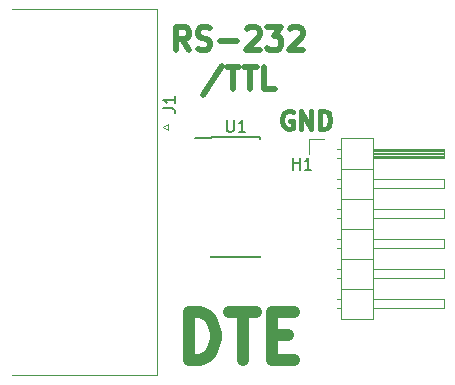
<source format=gbr>
G04 #@! TF.GenerationSoftware,KiCad,Pcbnew,(5.1.5)-3*
G04 #@! TF.CreationDate,2020-02-22T11:43:26-05:00*
G04 #@! TF.ProjectId,RS232_TTL_Male,52533233-325f-4545-944c-5f4d616c652e,1*
G04 #@! TF.SameCoordinates,Original*
G04 #@! TF.FileFunction,Legend,Top*
G04 #@! TF.FilePolarity,Positive*
%FSLAX46Y46*%
G04 Gerber Fmt 4.6, Leading zero omitted, Abs format (unit mm)*
G04 Created by KiCad (PCBNEW (5.1.5)-3) date 2020-02-22 11:43:26*
%MOMM*%
%LPD*%
G04 APERTURE LIST*
%ADD10C,0.381000*%
%ADD11C,0.476250*%
%ADD12C,1.000000*%
%ADD13C,0.120000*%
%ADD14C,0.150000*%
G04 APERTURE END LIST*
D10*
X23857857Y-8636000D02*
X23712714Y-8563428D01*
X23495000Y-8563428D01*
X23277285Y-8636000D01*
X23132142Y-8781142D01*
X23059571Y-8926285D01*
X22987000Y-9216571D01*
X22987000Y-9434285D01*
X23059571Y-9724571D01*
X23132142Y-9869714D01*
X23277285Y-10014857D01*
X23495000Y-10087428D01*
X23640142Y-10087428D01*
X23857857Y-10014857D01*
X23930428Y-9942285D01*
X23930428Y-9434285D01*
X23640142Y-9434285D01*
X24583571Y-10087428D02*
X24583571Y-8563428D01*
X25454428Y-10087428D01*
X25454428Y-8563428D01*
X26180142Y-10087428D02*
X26180142Y-8563428D01*
X26543000Y-8563428D01*
X26760714Y-8636000D01*
X26905857Y-8781142D01*
X26978428Y-8926285D01*
X27051000Y-9216571D01*
X27051000Y-9434285D01*
X26978428Y-9724571D01*
X26905857Y-9869714D01*
X26760714Y-10014857D01*
X26543000Y-10087428D01*
X26180142Y-10087428D01*
D11*
X15085785Y-3385910D02*
X14450785Y-2478767D01*
X13997214Y-3385910D02*
X13997214Y-1480910D01*
X14722928Y-1480910D01*
X14904357Y-1571625D01*
X14995071Y-1662339D01*
X15085785Y-1843767D01*
X15085785Y-2115910D01*
X14995071Y-2297339D01*
X14904357Y-2388053D01*
X14722928Y-2478767D01*
X13997214Y-2478767D01*
X15811500Y-3295196D02*
X16083642Y-3385910D01*
X16537214Y-3385910D01*
X16718642Y-3295196D01*
X16809357Y-3204482D01*
X16900071Y-3023053D01*
X16900071Y-2841625D01*
X16809357Y-2660196D01*
X16718642Y-2569482D01*
X16537214Y-2478767D01*
X16174357Y-2388053D01*
X15992928Y-2297339D01*
X15902214Y-2206625D01*
X15811500Y-2025196D01*
X15811500Y-1843767D01*
X15902214Y-1662339D01*
X15992928Y-1571625D01*
X16174357Y-1480910D01*
X16627928Y-1480910D01*
X16900071Y-1571625D01*
X17716500Y-2660196D02*
X19167928Y-2660196D01*
X19984357Y-1662339D02*
X20075071Y-1571625D01*
X20256500Y-1480910D01*
X20710071Y-1480910D01*
X20891500Y-1571625D01*
X20982214Y-1662339D01*
X21072928Y-1843767D01*
X21072928Y-2025196D01*
X20982214Y-2297339D01*
X19893642Y-3385910D01*
X21072928Y-3385910D01*
X21707928Y-1480910D02*
X22887214Y-1480910D01*
X22252214Y-2206625D01*
X22524357Y-2206625D01*
X22705785Y-2297339D01*
X22796500Y-2388053D01*
X22887214Y-2569482D01*
X22887214Y-3023053D01*
X22796500Y-3204482D01*
X22705785Y-3295196D01*
X22524357Y-3385910D01*
X21980071Y-3385910D01*
X21798642Y-3295196D01*
X21707928Y-3204482D01*
X23612928Y-1662339D02*
X23703642Y-1571625D01*
X23885071Y-1480910D01*
X24338642Y-1480910D01*
X24520071Y-1571625D01*
X24610785Y-1662339D01*
X24701500Y-1843767D01*
X24701500Y-2025196D01*
X24610785Y-2297339D01*
X23522214Y-3385910D01*
X24701500Y-3385910D01*
X17897928Y-4723946D02*
X16265071Y-7173232D01*
X18260785Y-4814660D02*
X19349357Y-4814660D01*
X18805071Y-6719660D02*
X18805071Y-4814660D01*
X19712214Y-4814660D02*
X20800785Y-4814660D01*
X20256500Y-6719660D02*
X20256500Y-4814660D01*
X22342928Y-6719660D02*
X21435785Y-6719660D01*
X21435785Y-4814660D01*
D12*
X15050047Y-29622523D02*
X15050047Y-25622523D01*
X16002428Y-25622523D01*
X16573857Y-25813000D01*
X16954809Y-26193952D01*
X17145285Y-26574904D01*
X17335761Y-27336809D01*
X17335761Y-27908238D01*
X17145285Y-28670142D01*
X16954809Y-29051095D01*
X16573857Y-29432047D01*
X16002428Y-29622523D01*
X15050047Y-29622523D01*
X18478619Y-25622523D02*
X20764333Y-25622523D01*
X19621476Y-29622523D02*
X19621476Y-25622523D01*
X22097666Y-27527285D02*
X23431000Y-27527285D01*
X24002428Y-29622523D02*
X22097666Y-29622523D01*
X22097666Y-25622523D01*
X24002428Y-25622523D01*
D13*
X27983000Y-10862000D02*
X27983000Y-26222000D01*
X27983000Y-26222000D02*
X30643000Y-26222000D01*
X30643000Y-26222000D02*
X30643000Y-10862000D01*
X30643000Y-10862000D02*
X27983000Y-10862000D01*
X30643000Y-11812000D02*
X36643000Y-11812000D01*
X36643000Y-11812000D02*
X36643000Y-12572000D01*
X36643000Y-12572000D02*
X30643000Y-12572000D01*
X30643000Y-11872000D02*
X36643000Y-11872000D01*
X30643000Y-11992000D02*
X36643000Y-11992000D01*
X30643000Y-12112000D02*
X36643000Y-12112000D01*
X30643000Y-12232000D02*
X36643000Y-12232000D01*
X30643000Y-12352000D02*
X36643000Y-12352000D01*
X30643000Y-12472000D02*
X36643000Y-12472000D01*
X27653000Y-11812000D02*
X27983000Y-11812000D01*
X27653000Y-12572000D02*
X27983000Y-12572000D01*
X27983000Y-13462000D02*
X30643000Y-13462000D01*
X30643000Y-14352000D02*
X36643000Y-14352000D01*
X36643000Y-14352000D02*
X36643000Y-15112000D01*
X36643000Y-15112000D02*
X30643000Y-15112000D01*
X27585929Y-14352000D02*
X27983000Y-14352000D01*
X27585929Y-15112000D02*
X27983000Y-15112000D01*
X27983000Y-16002000D02*
X30643000Y-16002000D01*
X30643000Y-16892000D02*
X36643000Y-16892000D01*
X36643000Y-16892000D02*
X36643000Y-17652000D01*
X36643000Y-17652000D02*
X30643000Y-17652000D01*
X27585929Y-16892000D02*
X27983000Y-16892000D01*
X27585929Y-17652000D02*
X27983000Y-17652000D01*
X27983000Y-18542000D02*
X30643000Y-18542000D01*
X30643000Y-19432000D02*
X36643000Y-19432000D01*
X36643000Y-19432000D02*
X36643000Y-20192000D01*
X36643000Y-20192000D02*
X30643000Y-20192000D01*
X27585929Y-19432000D02*
X27983000Y-19432000D01*
X27585929Y-20192000D02*
X27983000Y-20192000D01*
X27983000Y-21082000D02*
X30643000Y-21082000D01*
X30643000Y-21972000D02*
X36643000Y-21972000D01*
X36643000Y-21972000D02*
X36643000Y-22732000D01*
X36643000Y-22732000D02*
X30643000Y-22732000D01*
X27585929Y-21972000D02*
X27983000Y-21972000D01*
X27585929Y-22732000D02*
X27983000Y-22732000D01*
X27983000Y-23622000D02*
X30643000Y-23622000D01*
X30643000Y-24512000D02*
X36643000Y-24512000D01*
X36643000Y-24512000D02*
X36643000Y-25272000D01*
X36643000Y-25272000D02*
X30643000Y-25272000D01*
X27585929Y-24512000D02*
X27983000Y-24512000D01*
X27585929Y-25272000D02*
X27983000Y-25272000D01*
X25273000Y-12192000D02*
X25273000Y-10922000D01*
X25273000Y-10922000D02*
X26543000Y-10922000D01*
X61000Y39000D02*
X12401000Y39000D01*
X12401000Y39000D02*
X12401000Y-30931000D01*
X12401000Y-30931000D02*
X61000Y-30931000D01*
X13295338Y-9656000D02*
X13295338Y-10156000D01*
X13295338Y-10156000D02*
X12862325Y-9906000D01*
X12862325Y-9906000D02*
X13295338Y-9656000D01*
D14*
X16975000Y-10800000D02*
X16975000Y-10825000D01*
X21125000Y-10800000D02*
X21125000Y-10905000D01*
X21125000Y-20950000D02*
X21125000Y-20845000D01*
X16975000Y-20950000D02*
X16975000Y-20845000D01*
X16975000Y-10800000D02*
X21125000Y-10800000D01*
X16975000Y-20950000D02*
X21125000Y-20950000D01*
X16975000Y-10825000D02*
X15600000Y-10825000D01*
X23876095Y-13533380D02*
X23876095Y-12533380D01*
X23876095Y-13009571D02*
X24447523Y-13009571D01*
X24447523Y-13533380D02*
X24447523Y-12533380D01*
X25447523Y-13533380D02*
X24876095Y-13533380D01*
X25161809Y-13533380D02*
X25161809Y-12533380D01*
X25066571Y-12676238D01*
X24971333Y-12771476D01*
X24876095Y-12819095D01*
X12914380Y-8334333D02*
X13628666Y-8334333D01*
X13771523Y-8381952D01*
X13866761Y-8477190D01*
X13914380Y-8620047D01*
X13914380Y-8715285D01*
X13914380Y-7334333D02*
X13914380Y-7905761D01*
X13914380Y-7620047D02*
X12914380Y-7620047D01*
X13057238Y-7715285D01*
X13152476Y-7810523D01*
X13200095Y-7905761D01*
X18288095Y-9327380D02*
X18288095Y-10136904D01*
X18335714Y-10232142D01*
X18383333Y-10279761D01*
X18478571Y-10327380D01*
X18669047Y-10327380D01*
X18764285Y-10279761D01*
X18811904Y-10232142D01*
X18859523Y-10136904D01*
X18859523Y-9327380D01*
X19859523Y-10327380D02*
X19288095Y-10327380D01*
X19573809Y-10327380D02*
X19573809Y-9327380D01*
X19478571Y-9470238D01*
X19383333Y-9565476D01*
X19288095Y-9613095D01*
M02*

</source>
